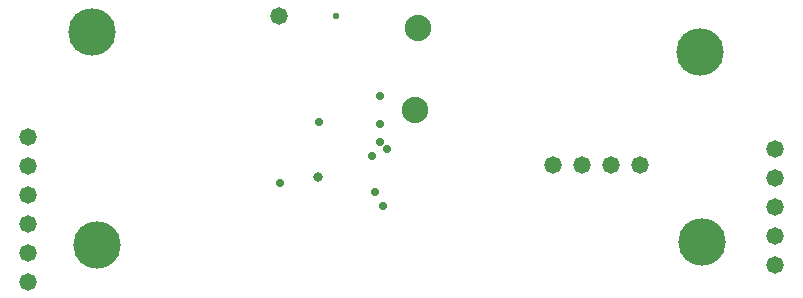
<source format=gbs>
G04*
G04 #@! TF.GenerationSoftware,Altium Limited,Altium Designer,23.0.1 (38)*
G04*
G04 Layer_Color=16711935*
%FSLAX44Y44*%
%MOMM*%
G71*
G04*
G04 #@! TF.SameCoordinates,61B169D7-A8E7-49CF-968D-BC901533A6F8*
G04*
G04*
G04 #@! TF.FilePolarity,Negative*
G04*
G01*
G75*
%ADD35C,4.0132*%
%ADD36C,2.2352*%
%ADD37C,0.8382*%
%ADD38C,0.7112*%
%ADD39C,1.4732*%
%ADD40C,0.5842*%
D35*
X73000Y222679D02*
D03*
X589008Y44920D02*
D03*
X587786Y205786D02*
D03*
X76774Y42311D02*
D03*
D36*
X346329Y157251D02*
D03*
X348541Y225994D02*
D03*
D37*
X264664Y99793D02*
D03*
D38*
X231771Y94741D02*
D03*
X316929Y169110D02*
D03*
Y145361D02*
D03*
X319084Y75501D02*
D03*
X265260Y147016D02*
D03*
X316929Y129992D02*
D03*
X309956Y117731D02*
D03*
X322799Y123492D02*
D03*
X312682Y87673D02*
D03*
D39*
X463273Y110069D02*
D03*
X512458D02*
D03*
X537050D02*
D03*
X487865D02*
D03*
X651358Y99370D02*
D03*
Y25593D02*
D03*
Y74778D02*
D03*
Y50185D02*
D03*
Y123962D02*
D03*
X18585Y109418D02*
D03*
Y134010D02*
D03*
Y11049D02*
D03*
Y60234D02*
D03*
Y35641D02*
D03*
Y84826D02*
D03*
X231148Y236728D02*
D03*
D40*
X279256D02*
D03*
M02*

</source>
